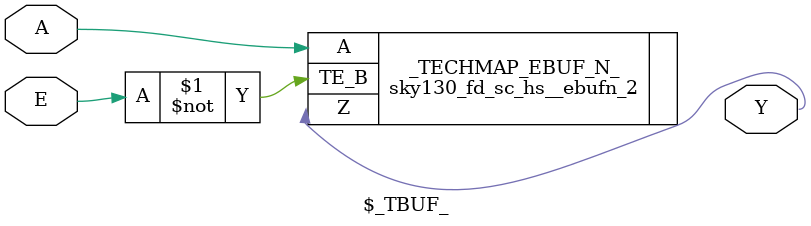
<source format=v>

module \$_TBUF_ (input A, input E, output Y);
  sky130_fd_sc_hs__ebufn_2 _TECHMAP_EBUF_N_ (
    .A(A),
    .Z(Y),
    .TE_B(~E));
endmodule
</source>
